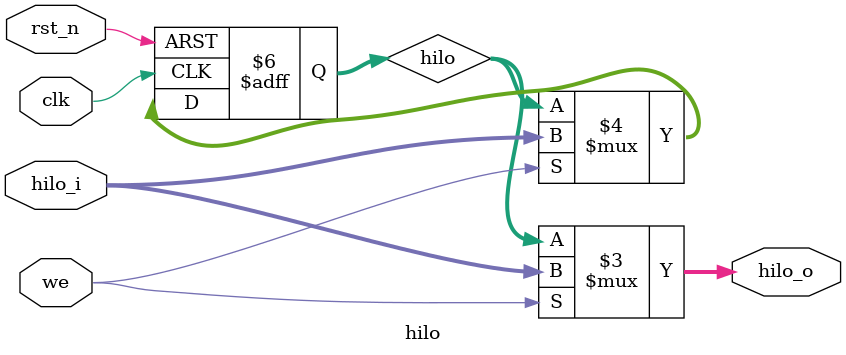
<source format=v>
`default_nettype none
`timescale 1ns / 1ns
module hilo(
    input wire clk,
    input wire rst_n,
    input wire we,
    input wire [63:0] hilo_i, // hilo_i = {hi_i, lo_i}
    output wire [63:0] hilo_o // hilo_o = {hi_o, lo_o}
    );
   
    reg[63:0] hilo;

    always @ (posedge clk or negedge rst_n) begin
        if (!rst_n) begin
            hilo <= 64'b0;
        end else if (we) begin
            hilo <= hilo_i;
        end
    end
   
    assign hilo_o = we ? hilo_i : hilo;

endmodule

</source>
